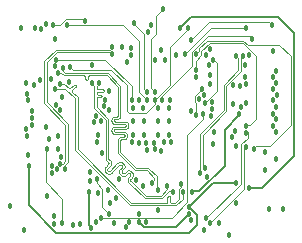
<source format=gbr>
G04 #@! TF.GenerationSoftware,KiCad,Pcbnew,5.0.2+dfsg1-1~bpo9+1*
G04 #@! TF.CreationDate,2019-10-29T18:28:34+01:00*
G04 #@! TF.ProjectId,zglue-jade-adapter,7a676c75-652d-46a6-9164-652d61646170,rev?*
G04 #@! TF.SameCoordinates,Original*
G04 #@! TF.FileFunction,Copper,L3,Inr*
G04 #@! TF.FilePolarity,Positive*
%FSLAX46Y46*%
G04 Gerber Fmt 4.6, Leading zero omitted, Abs format (unit mm)*
G04 Created by KiCad (PCBNEW 5.0.2+dfsg1-1~bpo9+1) date Tue 29 Oct 2019 06:28:34 PM CET*
%MOMM*%
%LPD*%
G01*
G04 APERTURE LIST*
G04 #@! TA.AperFunction,ViaPad*
%ADD10C,0.457000*%
G04 #@! TD*
G04 #@! TA.AperFunction,Conductor*
%ADD11C,0.110000*%
G04 #@! TD*
G04 #@! TA.AperFunction,Conductor*
%ADD12C,0.150000*%
G04 #@! TD*
G04 #@! TA.AperFunction,Conductor*
%ADD13C,0.200000*%
G04 #@! TD*
G04 #@! TA.AperFunction,Conductor*
%ADD14C,0.100000*%
G04 #@! TD*
G04 APERTURE END LIST*
D10*
G04 #@! TO.N,GND*
G04 #@! TO.C,U1*
X13095000Y-11155000D03*
X11895000Y-11155000D03*
X13095000Y-10005000D03*
X11895000Y-10005000D03*
X13095000Y-8855000D03*
X11845000Y-8855000D03*
X14045000Y-11155000D03*
X10945000Y-11155000D03*
X10945000Y-10005000D03*
X14045000Y-10005000D03*
X14045000Y-8855000D03*
X10945000Y-8855000D03*
G04 #@! TD*
G04 #@! TO.N,GND*
X9780755Y-14856245D03*
X22506000Y-17406000D03*
X23115000Y-10883000D03*
X23158000Y-7764000D03*
X19427000Y-8509000D03*
X17456963Y-5256963D03*
X1960000Y-10650000D03*
X2050000Y-8240000D03*
X8907225Y-15782715D03*
X4670000Y-12330000D03*
X4886500Y-12990000D03*
X4797104Y-9029614D03*
X3880000Y-11460000D03*
X7540000Y-5270000D03*
X5534679Y-6695321D03*
X4620000Y-11243500D03*
X13130000Y-17483500D03*
X11518001Y-17816500D03*
X10670000Y-18550000D03*
X7354722Y-14270000D03*
X7301618Y-15078505D03*
X3730000Y-16320000D03*
X17207360Y-14747360D03*
X20000000Y-7000000D03*
X19390245Y-11310245D03*
X19141499Y-19588501D03*
G04 #@! TO.N,/CSI_D2_IN_P*
X14400000Y-15995000D03*
X7496500Y-6787000D03*
G04 #@! TO.N,/CSI_D2_IN_N*
X13900573Y-15490783D03*
X8103500Y-6787000D03*
G04 #@! TO.N,/3V3_SYS*
X18270000Y-18650000D03*
X4380000Y-3040000D03*
X560000Y-17200000D03*
X12470000Y-1830000D03*
G04 #@! TO.N,/2V5*
X19960612Y-9356500D03*
X15962530Y-15957530D03*
G04 #@! TO.N,/1V8*
X11480000Y-18570000D03*
X15688058Y-17876196D03*
G04 #@! TO.N,/LED3_ISINK*
X13366026Y-12483965D03*
X2436000Y-10339000D03*
G04 #@! TO.N,/LED1_ISINK*
X12170000Y-12393000D03*
X2457000Y-9135000D03*
G04 #@! TO.N,/TMS*
X12761000Y-11860000D03*
X3099500Y-6470000D03*
G04 #@! TO.N,/VSENSE*
X12114000Y-11809000D03*
X15930000Y-18350000D03*
G04 #@! TO.N,/1V8_SYS*
X19670000Y-15250000D03*
X2157000Y-13757000D03*
X15732470Y-17262470D03*
X14956500Y-2120000D03*
X20810000Y-15690000D03*
G04 #@! TO.N,/LED2_ISINK*
X12822000Y-12389000D03*
X2443000Y-9766000D03*
G04 #@! TO.N,/EXTCLK_EN*
X10867000Y-11789000D03*
X6480000Y-18700000D03*
G04 #@! TO.N,/TDO*
X13603842Y-11725383D03*
X4026500Y-6450000D03*
G04 #@! TO.N,/3V3*
X19694963Y-16943500D03*
X7276762Y-15992510D03*
X7460000Y-18996490D03*
G04 #@! TO.N,/TDI*
X4394504Y-5357327D03*
X19712001Y-12112933D03*
G04 #@! TO.N,/PC_RDY*
X7896733Y-14906546D03*
X8990000Y-17816500D03*
X5879963Y-18769963D03*
G04 #@! TO.N,/TCK*
X14196000Y-11752000D03*
X1929500Y-6731000D03*
X4469470Y-8610470D03*
G04 #@! TO.N,/EXT_CLK*
X8336500Y-12665000D03*
X4260000Y-18010000D03*
G04 #@! TO.N,/I2C_0_SCL*
X19625000Y-10795000D03*
X1991000Y-11234000D03*
G04 #@! TO.N,/ZIP_EN_L*
X7945000Y-11743000D03*
X4092500Y-13780000D03*
G04 #@! TO.N,/PWR_BTN*
X8028000Y-11175500D03*
X3574500Y-10460000D03*
G04 #@! TO.N,/I2C_0_SDA*
X4990501Y-7976499D03*
X17583206Y-9549113D03*
G04 #@! TO.N,/CSI_D1_IN_N*
X4385393Y-7234607D03*
X15214500Y-16026314D03*
G04 #@! TO.N,/CSI_D1_IN_P*
X4814607Y-6805393D03*
X15015000Y-15320000D03*
G04 #@! TO.N,/CSI_CLK_IN_P*
X5059455Y-5500545D03*
X13075000Y-15820000D03*
G04 #@! TO.N,/CSI_CLK_IN_N*
X4670545Y-5889455D03*
X12575405Y-15229884D03*
G04 #@! TO.N,/CSI_CLK_OUT_N*
X17063822Y-13976178D03*
X20258878Y-4504548D03*
G04 #@! TO.N,/CTRL_SO*
X16300000Y-5630000D03*
X20550000Y-10440000D03*
G04 #@! TO.N,/CTRL_SI*
X17060000Y-8434000D03*
X17747250Y-4794291D03*
X22854758Y-4010000D03*
G04 #@! TO.N,/CTRL_SCK*
X17204917Y-18184167D03*
X12100000Y-18523510D03*
X20550000Y-11000000D03*
G04 #@! TO.N,/CSI_CLK_OUT_P*
X19701878Y-4504548D03*
X16669962Y-14370038D03*
G04 #@! TO.N,Net-(U1-PadD8)*
X14120000Y-8210000D03*
G04 #@! TO.N,/ULPM_WAKE*
X10870000Y-8225000D03*
X4472000Y-4831000D03*
G04 #@! TO.N,/2V5_SYS*
X17000000Y-19210000D03*
G04 #@! TO.N,/USB_D_N*
X16995480Y-7749122D03*
X5201441Y-14010583D03*
X9236847Y-4308213D03*
G04 #@! TO.N,/USB_D_P*
X4772227Y-13581369D03*
X16569544Y-8157342D03*
X9236847Y-3751213D03*
G04 #@! TO.N,/DBG_TX*
X13673500Y-4820000D03*
X2636510Y-6913000D03*
G04 #@! TO.N,/PROC_SCK*
X20470000Y-6220000D03*
X15911314Y-9141860D03*
G04 #@! TO.N,/PROC_SI*
X11232015Y-14996525D03*
X20774517Y-4373618D03*
G04 #@! TO.N,/PROC_OUT_0*
X10090499Y-3749500D03*
G04 #@! TO.N,/PROC_OUT_1*
X10495000Y-4985000D03*
G04 #@! TO.N,/PROC_OUT_2*
X10800000Y-3820000D03*
G04 #@! TO.N,/USB_DET*
X3739000Y-12390000D03*
X5000000Y-18633500D03*
X8240000Y-18200000D03*
X16876205Y-9423855D03*
G04 #@! TO.N,/CTRL_SS*
X20591000Y-12150000D03*
X17510000Y-18620000D03*
X10363468Y-18984814D03*
G04 #@! TO.N,/PIO1*
X6938000Y-1533500D03*
X4223000Y-1828000D03*
G04 #@! TO.N,/DONE*
X10800000Y-4420000D03*
X21195000Y-12316000D03*
X16351465Y-4308595D03*
G04 #@! TO.N,/DBG_RX*
X14600900Y-4420000D03*
X2008526Y-7681492D03*
G04 #@! TO.N,/PIO2*
X12170000Y-8215000D03*
X5384000Y-1887000D03*
G04 #@! TO.N,/PROC_SS*
X20530000Y-6880000D03*
X17663193Y-8982634D03*
G04 #@! TO.N,/PROC_SO*
X11803500Y-15452000D03*
X20450000Y-5260000D03*
G04 #@! TO.N,/VUSB*
X4561442Y-14069832D03*
X4092500Y-14420000D03*
G04 #@! TO.N,/1V2_SYS*
X2110000Y-12870000D03*
G04 #@! TO.N,/E_PROC_SI*
X23097225Y-5730865D03*
G04 #@! TO.N,/E_PROC_SO*
X22835000Y-6268000D03*
G04 #@! TO.N,/E_PROC_SCK*
X23121000Y-6779000D03*
G04 #@! TO.N,/E_PROC_SS*
X22811000Y-7247000D03*
G04 #@! TO.N,/CTRL_RST_FLASH_SOC_CS*
X8516570Y-8715630D03*
X22847000Y-8226000D03*
G04 #@! TO.N,/E_CTRL_SI*
X23115000Y-8779000D03*
G04 #@! TO.N,/E_CTRL_SO*
X22805000Y-9345000D03*
G04 #@! TO.N,/E_CTRL_SCK*
X23121000Y-9789000D03*
G04 #@! TO.N,/E_CTRL_SS*
X22847291Y-10423263D03*
G04 #@! TO.N,/PIO15*
X23060000Y-13180000D03*
X17653620Y-8340305D03*
G04 #@! TO.N,/PIO16*
X16810000Y-7230000D03*
X23710000Y-17450000D03*
X16329908Y-9470213D03*
G04 #@! TO.N,/PIO17*
X3230000Y-2190000D03*
X1510000Y-2090000D03*
G04 #@! TO.N,/PIO8*
X12820000Y-7530000D03*
X13490000Y-470000D03*
G04 #@! TO.N,/PIO7*
X13350000Y-3950000D03*
X12268233Y-2473560D03*
G04 #@! TO.N,/PIO6*
X12170000Y-7530000D03*
X11086000Y-1680000D03*
G04 #@! TO.N,/VX*
X9530000Y-16510000D03*
X9400030Y-18600030D03*
G04 #@! TO.N,/AMUX*
X4325318Y-18714682D03*
X8008629Y-16051111D03*
G04 #@! TO.N,/DMUX*
X11501000Y-11799000D03*
X7820000Y-18560000D03*
G04 #@! TO.N,/FLASH_CLK*
X8932000Y-7433500D03*
G04 #@! TO.N,/FLASH_CS*
X8953786Y-9069130D03*
X22158500Y-14160000D03*
X22193000Y-12625000D03*
G04 #@! TO.N,/FLASH_IO0*
X8571782Y-8186500D03*
G04 #@! TO.N,/FLASH_IO1*
X8237231Y-9950200D03*
G04 #@! TO.N,/FLASH_IO2*
X7693646Y-10053945D03*
G04 #@! TO.N,/FLASH_IO3*
X7880255Y-9555745D03*
G04 #@! TO.N,/RAVEN_VCC*
X12848500Y-4820000D03*
G04 #@! TO.N,Net-(U1-PadC3)*
X11470000Y-8220000D03*
G04 #@! TO.N,/BOOST_OUT*
X9040000Y-16960000D03*
X1740000Y-19240000D03*
G04 #@! TO.N,Net-(TP34-Pad1)*
X17480000Y-6060000D03*
X15900000Y-3130000D03*
X22750000Y-1820000D03*
X16356490Y-6243000D03*
G04 #@! TO.N,Net-(TP35-Pad1)*
X15353500Y-4300000D03*
X20525000Y-2095000D03*
G04 #@! TO.N,/C_CSI_D1_OUT_N*
X17750000Y-11953490D03*
X19470000Y-6950000D03*
X20507414Y-8428473D03*
G04 #@! TO.N,/C_CSI_D1_OUT_P*
X17859212Y-10878028D03*
X17520000Y-6880000D03*
X20113554Y-8822333D03*
G04 #@! TO.N,/LP_CSI_D1_OUT_P*
X17170037Y-4360037D03*
X3650000Y-1770000D03*
G04 #@! TO.N,/LP_CSI_D1_OUT_N*
X17500000Y-3850000D03*
X2670000Y-2100000D03*
G04 #@! TO.N,/CSI_INT*
X12845000Y-8230000D03*
X5647718Y-5368736D03*
X15663510Y-2146000D03*
G04 #@! TO.N,/PROC_INT*
X13470000Y-8205000D03*
X21079000Y-3028000D03*
G04 #@! TD*
D11*
G04 #@! TO.N,/CSI_D2_IN_P*
X10624762Y-15193255D02*
X11956506Y-16525000D01*
X9050271Y-14423541D02*
X9117755Y-14391043D01*
X10528896Y-14994187D02*
X10545563Y-15067210D01*
X10545563Y-14846262D02*
X10528896Y-14919285D01*
X10715934Y-14629048D02*
X10624762Y-14720217D01*
X10757491Y-14542753D02*
X10750266Y-14574408D01*
X10757490Y-14510283D02*
X10757491Y-14542753D01*
X9922535Y-13675327D02*
X9954190Y-13682552D01*
X10736178Y-14449374D02*
X10750266Y-14478628D01*
X10690548Y-14403744D02*
X10715933Y-14423988D01*
X8913063Y-13526294D02*
X8913063Y-13558764D01*
X10661294Y-14389656D02*
X10690548Y-14403744D01*
X10361143Y-14561861D02*
X10419704Y-14515160D01*
X10293659Y-14594358D02*
X10361143Y-14561861D01*
X10419704Y-14515160D02*
X10434209Y-14500655D01*
X10220636Y-14611026D02*
X10293659Y-14594358D01*
X10145734Y-14611026D02*
X10220636Y-14611026D01*
X8695000Y-13263494D02*
X8871506Y-13439999D01*
X9946666Y-14515159D02*
X10005227Y-14561861D01*
X9917658Y-14486151D02*
X9946666Y-14515159D01*
X10597169Y-14382431D02*
X10629639Y-14382431D01*
X9870957Y-14427590D02*
X9917658Y-14486151D01*
X7695000Y-6985500D02*
X7695000Y-8863494D01*
X9821792Y-14212181D02*
X9821792Y-14287083D01*
X10715933Y-14423988D02*
X10736178Y-14449374D01*
X8674269Y-13842295D02*
X8627568Y-13900856D01*
X10072711Y-14594359D02*
X10145734Y-14611026D01*
X9870957Y-14071674D02*
X9838459Y-14139158D01*
X10528896Y-14919285D02*
X10528896Y-14994187D01*
X10008830Y-13921944D02*
X9917658Y-14013113D01*
X10750266Y-14478628D02*
X10757490Y-14510283D01*
X8578403Y-14116265D02*
X8595070Y-14189288D01*
X8578403Y-14041363D02*
X8578403Y-14116265D01*
X8977248Y-14440209D02*
X9050271Y-14423541D01*
X10050387Y-13835649D02*
X10043162Y-13867304D01*
X8595070Y-14189288D02*
X8627568Y-14256772D01*
X8595070Y-13968340D02*
X8578403Y-14041363D01*
X7695000Y-8863494D02*
X8695000Y-9863494D01*
X8905838Y-13494639D02*
X8913063Y-13526294D01*
X8627568Y-14256772D02*
X8674269Y-14315333D01*
X8871506Y-13439999D02*
X8891750Y-13465385D01*
X9550329Y-13970329D02*
X9550327Y-13970327D01*
X10624762Y-14720217D02*
X10578061Y-14778778D01*
X9858410Y-13682552D02*
X9890065Y-13675327D01*
X10005227Y-14561861D02*
X10072711Y-14594359D01*
X9821792Y-14287083D02*
X9838459Y-14360106D01*
X7496500Y-6787000D02*
X7695000Y-6985500D01*
X8695000Y-9863494D02*
X8695000Y-13263494D01*
X9829156Y-13696640D02*
X9858410Y-13682552D01*
X9917658Y-14013113D02*
X9870957Y-14071674D01*
X8913063Y-13558764D02*
X8905838Y-13590419D01*
X8627568Y-13900856D02*
X8595070Y-13968340D01*
X8871506Y-13645059D02*
X8674269Y-13842295D01*
X8829323Y-14423541D02*
X8902346Y-14440209D01*
X9954190Y-13682552D02*
X9983444Y-13696640D01*
X10029074Y-13742270D02*
X10043162Y-13771524D01*
X13444063Y-16525000D02*
X14049066Y-15919997D01*
X8891750Y-13619673D02*
X8871506Y-13645059D01*
X10050386Y-13803179D02*
X10050387Y-13835649D01*
X10578061Y-14778778D02*
X10545563Y-14846262D01*
X8761839Y-14391043D02*
X8829323Y-14423541D01*
X8902346Y-14440209D02*
X8977248Y-14440209D01*
X11956506Y-16525000D02*
X13444063Y-16525000D01*
X10434209Y-14500655D02*
X10510873Y-14423988D01*
X9176316Y-14344342D02*
X9190821Y-14329838D01*
X10029074Y-13896558D02*
X10008830Y-13921944D01*
X8905838Y-13590419D02*
X8891750Y-13619673D01*
X9117755Y-14391043D02*
X9176316Y-14344342D01*
X10629639Y-14382431D02*
X10661294Y-14389656D01*
X9190821Y-14329838D02*
X9550329Y-13970329D01*
X9983444Y-13696640D02*
X10008829Y-13716884D01*
X10565514Y-14389656D02*
X10597169Y-14382431D01*
X9838459Y-14360106D02*
X9870957Y-14427590D01*
X14049066Y-15919997D02*
X14329787Y-15919997D01*
X9803769Y-13716884D02*
X9829156Y-13696640D01*
X10008829Y-13716884D02*
X10029074Y-13742270D01*
X8703278Y-14344342D02*
X8761839Y-14391043D01*
X10043162Y-13771524D02*
X10050386Y-13803179D01*
X10736178Y-14603662D02*
X10715934Y-14629048D01*
X10043162Y-13867304D02*
X10029074Y-13896558D01*
X10545563Y-15067210D02*
X10578061Y-15134694D01*
X10750266Y-14574408D02*
X10736178Y-14603662D01*
X10578061Y-15134694D02*
X10624762Y-15193255D01*
X9550327Y-13970327D02*
X9803769Y-13716884D01*
X8674269Y-14315333D02*
X8703278Y-14344342D01*
X9838459Y-14139158D02*
X9821792Y-14212181D01*
X10510873Y-14423988D02*
X10536260Y-14403744D01*
X10536260Y-14403744D02*
X10565514Y-14389656D01*
X9890065Y-13675327D02*
X9922535Y-13675327D01*
X8891750Y-13465385D02*
X8905838Y-13494639D01*
G04 #@! TO.N,/CSI_D2_IN_N*
X12043494Y-16315000D02*
X13357077Y-16315000D01*
X10787762Y-15059268D02*
X12043494Y-16315000D01*
X10767516Y-15033881D02*
X10787762Y-15059268D01*
X10753428Y-14908847D02*
X10746203Y-14940502D01*
X10925633Y-14704477D02*
X10878932Y-14763038D01*
X10974798Y-14489067D02*
X10974798Y-14563969D01*
X10958131Y-14416045D02*
X10974798Y-14489067D01*
X10925633Y-14348561D02*
X10958131Y-14416045D01*
X10878932Y-14290000D02*
X10925633Y-14348561D01*
X10791362Y-14214290D02*
X10849923Y-14260991D01*
X10723878Y-14181792D02*
X10791362Y-14214290D01*
X10650855Y-14165125D02*
X10723878Y-14181792D01*
X10575953Y-14165125D02*
X10650855Y-14165125D01*
X10502930Y-14181792D02*
X10575953Y-14165125D01*
X10435446Y-14214290D02*
X10502930Y-14181792D01*
X10199419Y-14393718D02*
X10231074Y-14386493D01*
X10746203Y-14972972D02*
X10753428Y-15004627D01*
X10080656Y-14352163D02*
X10106040Y-14372405D01*
X10039098Y-14265867D02*
X10046323Y-14297522D01*
X10039098Y-14233397D02*
X10039098Y-14265867D01*
X8103500Y-6787000D02*
X7905000Y-6985500D01*
X10746203Y-14940502D02*
X10746203Y-14972972D01*
X9042326Y-14181344D02*
X9669782Y-13553887D01*
X8214568Y-7740000D02*
X8239046Y-7742757D01*
X7990523Y-7297242D02*
X8015000Y-7300000D01*
X10260328Y-14372405D02*
X10285714Y-14352161D01*
X10231074Y-14386493D02*
X10260328Y-14372405D01*
X10166949Y-14393718D02*
X10199419Y-14393718D01*
X7946417Y-7276001D02*
X7967273Y-7289106D01*
X13900573Y-15771504D02*
X13900573Y-15490783D01*
X9113703Y-13653004D02*
X9081205Y-13720487D01*
X9130370Y-13579980D02*
X9113703Y-13653004D01*
X9081205Y-13720487D02*
X9034504Y-13779048D01*
X9113703Y-13432055D02*
X9130370Y-13505078D01*
X8414568Y-7300000D02*
X8439046Y-7302757D01*
X10135294Y-14386493D02*
X10166949Y-14393718D01*
X7990523Y-7522757D02*
X7967273Y-7530893D01*
X9081205Y-13364571D02*
X9113703Y-13432055D01*
X10218528Y-13641456D02*
X10251026Y-13708940D01*
X8439046Y-7302757D02*
X8462296Y-7310893D01*
X9016940Y-14201588D02*
X9042326Y-14181344D01*
X10864427Y-14777542D02*
X10787762Y-14854208D01*
X8923562Y-14222901D02*
X8956031Y-14222901D01*
X7928999Y-7698583D02*
X7946417Y-7716001D01*
X8439046Y-7517242D02*
X8414568Y-7520000D01*
X8214568Y-7960000D02*
X8015000Y-7960000D01*
X9130370Y-13505078D02*
X9130370Y-13579980D01*
X8015000Y-7740000D02*
X8214568Y-7740000D01*
X7946417Y-7543998D02*
X7928999Y-7561416D01*
X7907758Y-7214477D02*
X7915894Y-7237727D01*
X8462296Y-7509106D02*
X8439046Y-7517242D01*
X8239046Y-7957242D02*
X8214568Y-7960000D01*
X7905000Y-6985500D02*
X7905000Y-7190000D01*
X10767516Y-14879593D02*
X10753428Y-14908847D01*
X7967273Y-7729106D02*
X7990523Y-7737242D01*
X8500570Y-7478583D02*
X8483152Y-7496001D01*
X8283152Y-7936001D02*
X8262296Y-7949106D01*
X8300570Y-7918583D02*
X8283152Y-7936001D01*
X7946417Y-7983998D02*
X7928999Y-8001416D01*
X8521811Y-7434477D02*
X8513675Y-7457727D01*
X7928999Y-7561416D02*
X7915894Y-7582272D01*
X9034504Y-13779048D02*
X8837267Y-13976284D01*
X7915894Y-7237727D02*
X7928999Y-7258583D01*
X8521811Y-7385522D02*
X8524568Y-7410000D01*
X10060411Y-14326776D02*
X10080656Y-14352163D01*
X10046323Y-14201742D02*
X10039098Y-14233397D01*
X8905000Y-9776506D02*
X8905000Y-13176506D01*
X9669782Y-13553887D02*
X9728342Y-13507186D01*
X8513675Y-7457727D02*
X8500570Y-7478583D01*
X9728342Y-13507186D02*
X9795825Y-13474687D01*
X7905000Y-7190000D02*
X7907758Y-7214477D01*
X13357077Y-16315000D02*
X13900573Y-15771504D01*
X10060411Y-14172488D02*
X10046323Y-14201742D01*
X10376885Y-14260991D02*
X10435446Y-14214290D01*
X7928999Y-7258583D02*
X7946417Y-7276001D01*
X8500570Y-7341416D02*
X8513675Y-7362272D01*
X7967273Y-7289106D02*
X7990523Y-7297242D01*
X8015000Y-7300000D02*
X8414568Y-7300000D01*
X10849923Y-14260991D02*
X10878932Y-14290000D01*
X7946417Y-7716001D02*
X7967273Y-7729106D01*
X8462296Y-7310893D02*
X8483152Y-7323998D01*
X8483152Y-7323998D02*
X8500570Y-7341416D01*
X10753428Y-15004627D02*
X10767516Y-15033881D01*
X8513675Y-7362272D02*
X8521811Y-7385522D01*
X8524568Y-7410000D02*
X8521811Y-7434477D01*
X8483152Y-7496001D02*
X8462296Y-7509106D01*
X8262296Y-7949106D02*
X8239046Y-7957242D01*
X10285714Y-14352161D02*
X10376885Y-14260991D01*
X8414568Y-7520000D02*
X8015000Y-7520000D01*
X8015000Y-7960000D02*
X7990523Y-7962757D01*
X8862652Y-14201588D02*
X8891906Y-14215676D01*
X7967273Y-7530893D02*
X7946417Y-7543998D01*
X10046323Y-14297522D02*
X10060411Y-14326776D01*
X7915894Y-7582272D02*
X7907758Y-7605522D01*
X7907758Y-7605522D02*
X7905000Y-7630000D01*
X7905000Y-8070000D02*
X7905000Y-8776506D01*
X7905000Y-7630000D02*
X7907758Y-7654477D01*
X7905000Y-8776506D02*
X8905000Y-9776506D01*
X9034504Y-13306011D02*
X9081205Y-13364571D01*
X10171827Y-14055933D02*
X10157322Y-14070437D01*
X7915894Y-7677727D02*
X7928999Y-7698583D01*
X7907758Y-7654477D02*
X7915894Y-7677727D01*
X7990523Y-7737242D02*
X8015000Y-7740000D01*
X8239046Y-7742757D02*
X8262296Y-7750893D01*
X10157322Y-14070437D02*
X10080657Y-14147103D01*
X8262296Y-7750893D02*
X8283152Y-7763998D01*
X8283152Y-7763998D02*
X8300570Y-7781416D01*
X8300570Y-7781416D02*
X8313675Y-7802272D01*
X8313675Y-7802272D02*
X8321811Y-7825522D01*
X10142818Y-13553886D02*
X10171827Y-13582895D01*
X10974798Y-14563969D02*
X10958131Y-14636993D01*
X8817022Y-14155958D02*
X8837267Y-14181344D01*
X8321811Y-7825522D02*
X8324568Y-7850000D01*
X10787762Y-14854208D02*
X10767516Y-14879593D01*
X8956031Y-14222901D02*
X8987686Y-14215676D01*
X8324568Y-7850000D02*
X8321811Y-7874477D01*
X8321811Y-7874477D02*
X8313675Y-7897727D01*
X8313675Y-7897727D02*
X8300570Y-7918583D01*
X10106040Y-14372405D02*
X10135294Y-14386493D01*
X7990523Y-7962757D02*
X7967273Y-7970893D01*
X8817022Y-14001670D02*
X8802934Y-14030924D01*
X7967273Y-7970893D02*
X7946417Y-7983998D01*
X7928999Y-8001416D02*
X7915894Y-8022272D01*
X10267693Y-13856864D02*
X10251026Y-13929888D01*
X7915894Y-8022272D02*
X7907758Y-8045522D01*
X7907758Y-8045522D02*
X7905000Y-8070000D01*
X9868850Y-13458021D02*
X9943750Y-13458019D01*
X8905000Y-13176506D02*
X9034504Y-13306011D01*
X8837267Y-13976284D02*
X8817022Y-14001670D01*
X8802934Y-14030924D02*
X8795709Y-14062579D01*
X8795709Y-14062579D02*
X8795709Y-14095049D01*
X8795709Y-14095049D02*
X8802934Y-14126704D01*
X8802934Y-14126704D02*
X8817022Y-14155958D01*
X10958131Y-14636993D02*
X10925633Y-14704477D01*
X8837267Y-14181344D02*
X8862652Y-14201588D01*
X10878932Y-14763038D02*
X10864427Y-14777542D01*
X8891906Y-14215676D02*
X8923562Y-14222901D01*
X8987686Y-14215676D02*
X9016940Y-14201588D01*
X9795825Y-13474687D02*
X9868850Y-13458021D01*
X9943750Y-13458019D02*
X10016773Y-13474686D01*
X10084258Y-13507186D02*
X10142818Y-13553886D01*
X8015000Y-7520000D02*
X7990523Y-7522757D01*
X10171827Y-13582895D02*
X10218528Y-13641456D01*
X10251026Y-13708940D02*
X10267693Y-13781962D01*
X10267693Y-13781962D02*
X10267693Y-13856864D01*
X10251026Y-13929888D02*
X10218528Y-13997372D01*
X10218528Y-13997372D02*
X10171827Y-14055933D01*
X10016773Y-13474686D02*
X10084258Y-13507186D01*
X10080657Y-14147103D02*
X10060411Y-14172488D01*
D12*
G04 #@! TO.N,/2V5*
X19960612Y-9479388D02*
X19960612Y-9356500D01*
X16570000Y-15920000D02*
X18740000Y-13750000D01*
X18740000Y-10700000D02*
X19960612Y-9479388D01*
X16000000Y-15920000D02*
X16570000Y-15920000D01*
X18740000Y-13750000D02*
X18740000Y-10700000D01*
G04 #@! TO.N,/1V8*
X11480000Y-18570000D02*
X11880000Y-18970000D01*
X11880000Y-18970000D02*
X14600000Y-18970000D01*
X15688058Y-17881942D02*
X15688058Y-17876196D01*
X14600000Y-18970000D02*
X15688058Y-17881942D01*
D13*
G04 #@! TO.N,/1V8_SYS*
X17744940Y-15250000D02*
X15960969Y-17033971D01*
X4460000Y-19420000D02*
X15740000Y-19420000D01*
X2157000Y-13757000D02*
X2157000Y-17117000D01*
X2157000Y-17117000D02*
X4460000Y-19420000D01*
X16370000Y-17900000D02*
X15960969Y-17490969D01*
X15740000Y-19420000D02*
X16370000Y-18790000D01*
X15960969Y-17490969D02*
X15732470Y-17262470D01*
X19670000Y-15250000D02*
X17744940Y-15250000D01*
X15960969Y-17033971D02*
X15732470Y-17262470D01*
X16370000Y-18790000D02*
X16370000Y-17900000D01*
D12*
X14956500Y-2120000D02*
X15926500Y-1150000D01*
X19520000Y-1150000D02*
X23220000Y-1150000D01*
X15926500Y-1150000D02*
X19520000Y-1150000D01*
X19520000Y-1150000D02*
X19730000Y-1150000D01*
X23220000Y-1150000D02*
X24630000Y-2560000D01*
X24630000Y-12940000D02*
X21880000Y-15690000D01*
X24630000Y-2560000D02*
X24630000Y-12940000D01*
X21880000Y-15690000D02*
X20810000Y-15690000D01*
G04 #@! TO.N,/3V3*
X7276762Y-15992510D02*
X7276762Y-18813252D01*
X7276762Y-18813252D02*
X7460000Y-18996490D01*
D14*
G04 #@! TO.N,/PC_RDY*
X8362130Y-15695090D02*
X8362130Y-16387870D01*
X7896733Y-15229693D02*
X8362130Y-15695090D01*
X7896733Y-14906546D02*
X7896733Y-15229693D01*
X8362130Y-16387870D02*
X8362130Y-17252130D01*
X8926500Y-17816500D02*
X8990000Y-17816500D01*
X8362130Y-17252130D02*
X8926500Y-17816500D01*
D11*
G04 #@! TO.N,/CSI_D1_IN_N*
X6095000Y-12463494D02*
X10756506Y-17125000D01*
X4385393Y-7234607D02*
X5266113Y-7234607D01*
X10756506Y-17125000D02*
X14643494Y-17125000D01*
X6095000Y-8063494D02*
X6095000Y-12463494D01*
X5266113Y-7234607D02*
X6095000Y-8063494D01*
X14643494Y-17125000D02*
X15217490Y-16551004D01*
D14*
X15217490Y-16029304D02*
X15214500Y-16026314D01*
X15217490Y-16551004D02*
X15217490Y-16029304D01*
D11*
G04 #@! TO.N,/CSI_D1_IN_P*
X14230000Y-16915000D02*
X14525000Y-16915000D01*
X14205522Y-16912242D02*
X14230000Y-16915000D01*
X14161416Y-16891001D02*
X14182272Y-16904106D01*
X14117242Y-16400522D02*
X14120000Y-16425000D01*
X14122757Y-16829477D02*
X14130893Y-16852727D01*
X14078583Y-16338998D02*
X14096001Y-16356416D01*
X14120000Y-16805000D02*
X14122757Y-16829477D01*
X14057727Y-16325893D02*
X14078583Y-16338998D01*
X14182272Y-16904106D02*
X14205522Y-16912242D01*
X14120000Y-16425000D02*
X14120000Y-16805000D01*
X14034477Y-16317757D02*
X14057727Y-16325893D01*
X14010000Y-16315000D02*
X14034477Y-16317757D01*
X13941416Y-16338998D02*
X13962272Y-16325893D01*
X13923998Y-16356416D02*
X13941416Y-16338998D01*
X13910893Y-16377272D02*
X13923998Y-16356416D01*
X6081123Y-6907748D02*
X6100381Y-6923106D01*
X6058929Y-6897059D02*
X6081123Y-6907748D01*
X6034914Y-6891578D02*
X6058929Y-6897059D01*
X6115738Y-7059411D02*
X6100380Y-7078668D01*
X6010282Y-6891578D02*
X6034914Y-6891578D01*
X5677923Y-7189999D02*
X5944817Y-6923106D01*
X5137754Y-6805393D02*
X5522361Y-7190000D01*
X5522361Y-7190000D02*
X5541618Y-7205356D01*
X4814607Y-6805393D02*
X5137754Y-6805393D01*
X5964075Y-6907747D02*
X5986267Y-6897059D01*
X14143998Y-16873583D02*
X14161416Y-16891001D01*
X13985522Y-16317757D02*
X14010000Y-16315000D01*
X5658666Y-7205357D02*
X5677923Y-7189999D01*
X5541618Y-7205356D02*
X5563812Y-7216045D01*
X14109106Y-16377272D02*
X14117242Y-16400522D01*
X5563812Y-7216045D02*
X5587825Y-7221525D01*
X6126425Y-7037217D02*
X6115738Y-7059411D01*
X6100381Y-6923106D02*
X6115737Y-6942363D01*
X5986267Y-6897059D02*
X6010282Y-6891578D01*
X5612457Y-7221525D02*
X5636472Y-7216044D01*
X6305000Y-7972639D02*
X6305000Y-12376506D01*
X13790000Y-16915000D02*
X13814477Y-16912242D01*
X13897242Y-16829477D02*
X13900000Y-16805000D01*
X5833487Y-7345562D02*
X5818128Y-7364820D01*
X13900000Y-16425000D02*
X13902757Y-16400522D01*
X14130893Y-16852727D02*
X14143998Y-16873583D01*
X14096001Y-16356416D02*
X14109106Y-16377272D01*
X13962272Y-16325893D02*
X13985522Y-16317757D01*
X5807440Y-7387012D02*
X5801959Y-7411027D01*
X6305000Y-12376506D02*
X10843494Y-16915000D01*
X5636472Y-7216044D02*
X5658666Y-7205357D01*
X13876001Y-16873583D02*
X13889106Y-16852727D01*
X5944817Y-6923106D02*
X5964075Y-6907747D01*
X5801959Y-7411027D02*
X5801959Y-7435659D01*
X6115737Y-6942363D02*
X6126426Y-6964557D01*
X5801959Y-7435659D02*
X5807440Y-7459674D01*
X6126426Y-6964557D02*
X6131906Y-6988570D01*
X5807440Y-7459674D02*
X5818129Y-7481868D01*
X6131906Y-6988570D02*
X6131906Y-7013202D01*
X5818129Y-7481868D02*
X5833487Y-7501126D01*
X13889106Y-16852727D02*
X13897242Y-16829477D01*
X10843494Y-16915000D02*
X13790000Y-16915000D01*
X6131906Y-7013202D02*
X6126425Y-7037217D01*
X6100380Y-7078668D02*
X5833487Y-7345562D01*
X5833487Y-7501126D02*
X6305000Y-7972639D01*
X13900000Y-16805000D02*
X13900000Y-16425000D01*
X13814477Y-16912242D02*
X13837727Y-16904106D01*
X14525000Y-16915000D02*
X14858980Y-16581020D01*
X5587825Y-7221525D02*
X5612457Y-7221525D01*
X13837727Y-16904106D02*
X13858583Y-16891001D01*
X5818128Y-7364820D02*
X5807440Y-7387012D01*
X13858583Y-16891001D02*
X13876001Y-16873583D01*
X13902757Y-16400522D02*
X13910893Y-16377272D01*
D14*
X14858980Y-16581020D02*
X14858980Y-15736020D01*
X15015000Y-15580000D02*
X15015000Y-15320000D01*
X14858980Y-15736020D02*
X15015000Y-15580000D01*
D11*
G04 #@! TO.N,/CSI_CLK_IN_P*
X9454992Y-9812757D02*
X9431742Y-9820893D01*
X9946417Y-11553998D02*
X9928999Y-11571416D01*
X10319841Y-10919858D02*
X10377009Y-10955779D01*
X10289021Y-10670000D02*
X9479470Y-10670000D01*
X9905000Y-12576506D02*
X11243494Y-13915000D01*
X10377009Y-10955779D02*
X10424751Y-11003521D01*
X9372227Y-9944477D02*
X9380363Y-9967727D01*
X9380363Y-10827727D02*
X9393468Y-10848583D01*
X9967273Y-11540893D02*
X9946417Y-11553998D01*
X10256113Y-11522440D02*
X10189021Y-11530000D01*
X10524751Y-10556478D02*
X10477009Y-10604220D01*
X10319841Y-11500141D02*
X10256113Y-11522440D01*
X10377009Y-11464220D02*
X10319841Y-11500141D01*
X9479470Y-10030000D02*
X10289021Y-10030000D01*
X10490530Y-11228490D02*
X10482971Y-11295582D01*
X10419841Y-10640141D02*
X10356113Y-10662440D01*
X10424751Y-11003521D02*
X10460672Y-11060689D01*
X9928999Y-11571416D02*
X9915894Y-11592272D01*
X10189021Y-10890000D02*
X10256113Y-10897559D01*
X9393468Y-9851416D02*
X9380363Y-9872272D01*
X9431742Y-10879106D02*
X9454992Y-10887242D01*
X10560672Y-10200689D02*
X10582971Y-10264417D01*
X10460672Y-11359310D02*
X10424751Y-11416478D01*
X9372227Y-10804477D02*
X9380363Y-10827727D01*
X9410886Y-10693998D02*
X9393468Y-10711416D01*
X10015000Y-11530000D02*
X9990523Y-11532757D01*
X9431742Y-10680893D02*
X9410886Y-10693998D01*
X9369470Y-9920000D02*
X9372227Y-9944477D01*
X10424751Y-11416478D02*
X10377009Y-11464220D01*
X11243494Y-13915000D02*
X12243494Y-13915000D01*
X10590530Y-10368490D02*
X10582971Y-10435582D01*
X9915894Y-11592272D02*
X9907758Y-11615522D01*
X9410886Y-9833998D02*
X9393468Y-9851416D01*
X9670582Y-9802440D02*
X9603490Y-9810000D01*
X10419841Y-10059858D02*
X10477009Y-10095779D01*
X10582971Y-10264417D02*
X10590530Y-10331509D01*
X9380363Y-9872272D02*
X9372227Y-9895522D01*
X9905000Y-6976506D02*
X9905000Y-9508490D01*
X9454992Y-10027242D02*
X9479470Y-10030000D01*
X9905000Y-9508490D02*
X9897440Y-9575582D01*
X5233493Y-5915000D02*
X8843494Y-5915000D01*
X5059455Y-5500545D02*
X5059455Y-5740962D01*
X9990523Y-11532757D02*
X9967273Y-11540893D01*
X9897440Y-9575582D02*
X9875141Y-9639310D01*
X10482971Y-11124417D02*
X10490530Y-11191509D01*
X9372227Y-9895522D02*
X9369470Y-9920000D01*
X9431742Y-9820893D02*
X9410886Y-9833998D01*
X9393468Y-9988583D02*
X9410886Y-10006001D01*
X9454992Y-10887242D02*
X9479470Y-10890000D01*
X5059455Y-5740962D02*
X5233493Y-5915000D01*
X9393468Y-10848583D02*
X9410886Y-10866001D01*
X9734310Y-9780141D02*
X9670582Y-9802440D01*
X10189021Y-11530000D02*
X10015000Y-11530000D01*
X9839220Y-9696478D02*
X9791478Y-9744220D01*
X9603490Y-9810000D02*
X9479470Y-9810000D01*
X13004619Y-14676125D02*
X13004619Y-15659098D01*
X9380363Y-9967727D02*
X9393468Y-9988583D01*
X9410886Y-10006001D02*
X9431742Y-10019106D01*
X9479470Y-9810000D02*
X9454992Y-9812757D01*
X10460672Y-11060689D02*
X10482971Y-11124417D01*
X9372227Y-10755522D02*
X9369470Y-10780000D01*
X8843494Y-5915000D02*
X9905000Y-6976506D01*
X10477009Y-10604220D02*
X10419841Y-10640141D01*
X9431742Y-10019106D02*
X9454992Y-10027242D01*
X10289021Y-10030000D02*
X10356113Y-10037559D01*
X9380363Y-10732272D02*
X9372227Y-10755522D01*
X10356113Y-10037559D02*
X10419841Y-10059858D01*
X10477009Y-10095779D02*
X10524751Y-10143521D01*
X9791478Y-9744220D02*
X9734310Y-9780141D01*
X10524751Y-10143521D02*
X10560672Y-10200689D01*
X10490530Y-11191509D02*
X10490530Y-11228490D01*
X10356113Y-10662440D02*
X10289021Y-10670000D01*
X9479470Y-10890000D02*
X10189021Y-10890000D01*
X9875141Y-9639310D02*
X9839220Y-9696478D01*
X10582971Y-10435582D02*
X10560672Y-10499310D01*
X9393468Y-10711416D02*
X9380363Y-10732272D01*
X9479470Y-10670000D02*
X9454992Y-10672757D01*
X9907758Y-11615522D02*
X9905000Y-11640000D01*
X9454992Y-10672757D02*
X9431742Y-10680893D01*
X12243494Y-13915000D02*
X13004619Y-14676125D01*
X10482971Y-11295582D02*
X10460672Y-11359310D01*
X9369470Y-10780000D02*
X9372227Y-10804477D01*
X10560672Y-10499310D02*
X10524751Y-10556478D01*
X9410886Y-10866001D02*
X9431742Y-10879106D01*
X10256113Y-10897559D02*
X10319841Y-10919858D01*
X9905000Y-11640000D02*
X9905000Y-12576506D01*
X10590530Y-10331509D02*
X10590530Y-10368490D01*
G04 #@! TO.N,/CSI_CLK_IN_N*
X12794619Y-15010670D02*
X12575405Y-15229884D01*
X12794619Y-14763113D02*
X12794619Y-15010670D01*
X12156506Y-14125000D02*
X12794619Y-14763113D01*
X9695000Y-12663494D02*
X11156506Y-14125000D01*
X9724859Y-11490689D02*
X9702560Y-11554417D01*
X10170530Y-11320000D02*
X9996510Y-11320000D01*
X4670545Y-5889455D02*
X4910962Y-5889455D01*
X5146507Y-6125000D02*
X6840000Y-6125000D01*
X4910962Y-5889455D02*
X5146507Y-6125000D01*
X7107727Y-6477884D02*
X7128583Y-6464779D01*
X7193998Y-6166417D02*
X7211416Y-6148999D01*
X10377773Y-10374477D02*
X10369637Y-10397727D01*
X6864477Y-6127758D02*
X6887727Y-6135894D01*
X9167029Y-10694417D02*
X9159470Y-10761509D01*
X6840000Y-6125000D02*
X6864477Y-6127758D01*
X9159470Y-9938490D02*
X9167029Y-10005582D01*
X9330159Y-10489858D02*
X9272991Y-10525779D01*
X9760780Y-11433521D02*
X9724859Y-11490689D01*
X9167029Y-10005582D02*
X9189328Y-10069310D01*
X9996510Y-11320000D02*
X9929418Y-11327559D01*
X9159470Y-10761509D02*
X9159470Y-10798490D01*
X9460979Y-10460000D02*
X9393887Y-10467559D01*
X6887727Y-6135894D02*
X6908583Y-6148999D01*
X11156506Y-14125000D02*
X12156506Y-14125000D01*
X10339114Y-10436001D02*
X10318258Y-10449106D01*
X9225249Y-10986478D02*
X9272991Y-11034220D01*
X9684106Y-9537727D02*
X9671001Y-9558583D01*
X10218258Y-11309106D02*
X10195008Y-11317242D01*
X7232272Y-6135894D02*
X7255522Y-6127758D01*
X6950000Y-6235000D02*
X6950000Y-6378777D01*
X6908583Y-6148999D02*
X6926001Y-6166417D01*
X9272991Y-10174220D02*
X9330159Y-10210141D01*
X10369637Y-10302272D02*
X10377773Y-10325522D01*
X6926001Y-6166417D02*
X6939106Y-6187273D01*
X9702560Y-11554417D02*
X9695000Y-11621509D01*
X9167029Y-10865582D02*
X9189328Y-10929310D01*
X9695000Y-9490000D02*
X9692242Y-9514477D01*
X6947242Y-6210523D02*
X6950000Y-6235000D01*
X6950000Y-6378777D02*
X6952757Y-6403255D01*
X6960893Y-6426505D02*
X6973998Y-6447361D01*
X9225249Y-10573521D02*
X9189328Y-10630689D01*
X6973998Y-6447361D02*
X6991416Y-6464779D01*
X9671001Y-9558583D02*
X9653583Y-9576001D01*
X9272991Y-11034220D02*
X9330159Y-11070141D01*
X7012272Y-6477884D02*
X7035522Y-6486020D01*
X7170000Y-6235000D02*
X7172757Y-6210523D01*
X7060000Y-6488777D02*
X7084477Y-6486020D01*
X9929418Y-11327559D02*
X9865690Y-11349858D01*
X10270530Y-10460000D02*
X9460979Y-10460000D01*
X7084477Y-6486020D02*
X7107727Y-6477884D01*
X10270530Y-10240000D02*
X10295008Y-10242757D01*
X7128583Y-6464779D02*
X7146001Y-6447361D01*
X7146001Y-6447361D02*
X7159106Y-6426505D01*
X10377773Y-10325522D02*
X10380530Y-10350000D01*
X7159106Y-6426505D02*
X7167242Y-6403255D01*
X7167242Y-6403255D02*
X7170000Y-6378777D01*
X9159470Y-10798490D02*
X9167029Y-10865582D01*
X7170000Y-6378777D02*
X7170000Y-6235000D01*
X7172757Y-6210523D02*
X7180893Y-6187273D01*
X7180893Y-6187273D02*
X7193998Y-6166417D01*
X7211416Y-6148999D02*
X7232272Y-6135894D01*
X7255522Y-6127758D02*
X7280000Y-6125000D01*
X7280000Y-6125000D02*
X8756506Y-6125000D01*
X8756506Y-6125000D02*
X9695000Y-7063494D01*
X9695000Y-7063494D02*
X9695000Y-9490000D01*
X9330159Y-11070141D02*
X9393887Y-11092440D01*
X9653583Y-9576001D02*
X9632727Y-9589106D01*
X10280530Y-11210000D02*
X10277773Y-11234477D01*
X9167029Y-9834417D02*
X9159470Y-9901509D01*
X9189328Y-10069310D02*
X9225249Y-10126478D01*
X10269637Y-11257727D02*
X10256532Y-11278583D01*
X9225249Y-10126478D02*
X9272991Y-10174220D01*
X6991416Y-6464779D02*
X7012272Y-6477884D01*
X9330159Y-10210141D02*
X9393887Y-10232440D01*
X9393887Y-10232440D02*
X9460979Y-10240000D01*
X9460979Y-10240000D02*
X10270530Y-10240000D01*
X10295008Y-10242757D02*
X10318258Y-10250893D01*
X7035522Y-6486020D02*
X7060000Y-6488777D01*
X10318258Y-10250893D02*
X10339114Y-10263998D01*
X10339114Y-10263998D02*
X10356532Y-10281416D01*
X10356532Y-10281416D02*
X10369637Y-10302272D01*
X10380530Y-10350000D02*
X10377773Y-10374477D01*
X10369637Y-10397727D02*
X10356532Y-10418583D01*
X10356532Y-10418583D02*
X10339114Y-10436001D01*
X10318258Y-10449106D02*
X10295008Y-10457242D01*
X10295008Y-10457242D02*
X10270530Y-10460000D01*
X9393887Y-10467559D02*
X9330159Y-10489858D01*
X9272991Y-10525779D02*
X9225249Y-10573521D01*
X9189328Y-10630689D02*
X9167029Y-10694417D01*
X9695000Y-11621509D02*
X9695000Y-12663494D01*
X9692242Y-9514477D02*
X9684106Y-9537727D01*
X9189328Y-10929310D02*
X9225249Y-10986478D01*
X9632727Y-9589106D02*
X9609477Y-9597242D01*
X9393887Y-11092440D02*
X9460979Y-11100000D01*
X9609477Y-9597242D02*
X9585000Y-9600000D01*
X9460979Y-11100000D02*
X10170530Y-11100000D01*
X9585000Y-9600000D02*
X9460979Y-9600000D01*
X10170530Y-11100000D02*
X10195008Y-11102757D01*
X9460979Y-9600000D02*
X9393887Y-9607559D01*
X10195008Y-11102757D02*
X10218258Y-11110893D01*
X9393887Y-9607559D02*
X9330159Y-9629858D01*
X10218258Y-11110893D02*
X10239114Y-11123998D01*
X9330159Y-9629858D02*
X9272991Y-9665779D01*
X10239114Y-11123998D02*
X10256532Y-11141416D01*
X9272991Y-9665779D02*
X9225249Y-9713521D01*
X10256532Y-11141416D02*
X10269637Y-11162272D01*
X9225249Y-9713521D02*
X9189328Y-9770689D01*
X10269637Y-11162272D02*
X10277773Y-11185522D01*
X10195008Y-11317242D02*
X10170530Y-11320000D01*
X6952757Y-6403255D02*
X6960893Y-6426505D01*
X9189328Y-9770689D02*
X9167029Y-9834417D01*
X10277773Y-11185522D02*
X10280530Y-11210000D01*
X6939106Y-6187273D02*
X6947242Y-6210523D01*
X9159470Y-9901509D02*
X9159470Y-9938490D01*
X10277773Y-11234477D02*
X10269637Y-11257727D01*
X10256532Y-11278583D02*
X10239114Y-11296001D01*
X10239114Y-11296001D02*
X10218258Y-11309106D01*
X9865690Y-11349858D02*
X9808522Y-11385779D01*
X9808522Y-11385779D02*
X9760780Y-11433521D01*
G04 #@! TO.N,/CSI_CLK_OUT_N*
X20085378Y-5753116D02*
X20085378Y-4678048D01*
X16879962Y-11128532D02*
X18855000Y-9153494D01*
X18855000Y-6983494D02*
X20085378Y-5753116D01*
X17063822Y-13976178D02*
X16879962Y-13792318D01*
X18855000Y-9153494D02*
X18855000Y-6983494D01*
X16879962Y-13792318D02*
X16879962Y-11128532D01*
X20085378Y-4678048D02*
X20258878Y-4504548D01*
D14*
G04 #@! TO.N,/CTRL_SO*
X20911147Y-10291000D02*
X21377000Y-9825147D01*
X20588000Y-10291000D02*
X20911147Y-10291000D01*
X21377000Y-9825147D02*
X21377000Y-4470000D01*
X21377000Y-4470000D02*
X21127000Y-4220000D01*
X21127000Y-4220000D02*
X21085000Y-4178000D01*
X21127000Y-4220000D02*
X20257000Y-3350000D01*
X17476818Y-3350000D02*
X17990000Y-3350000D01*
X16754974Y-4405026D02*
X16754974Y-4071844D01*
X16300000Y-4860000D02*
X16754974Y-4405026D01*
X16300000Y-5630000D02*
X16300000Y-4860000D01*
X16754974Y-4071844D02*
X17476818Y-3350000D01*
X20257000Y-3350000D02*
X17990000Y-3350000D01*
X17990000Y-3350000D02*
X17810000Y-3350000D01*
G04 #@! TO.N,/CTRL_SI*
X17060000Y-8434000D02*
X18090000Y-7404000D01*
X18090000Y-7404000D02*
X18090000Y-5060000D01*
X17824291Y-4794291D02*
X17747250Y-4794291D01*
X18090000Y-5060000D02*
X17824291Y-4794291D01*
G04 #@! TO.N,/CTRL_SCK*
X17230000Y-18220000D02*
X17204917Y-18194917D01*
X17204917Y-18194917D02*
X17204917Y-18184167D01*
X20145501Y-15304499D02*
X17204917Y-18184167D01*
X20145501Y-12150000D02*
X20145501Y-11934499D01*
X20145501Y-12150000D02*
X20145501Y-15304499D01*
X20145501Y-11934499D02*
X20690000Y-11390000D01*
X20690000Y-11390000D02*
X20690000Y-10895000D01*
X20690000Y-10895000D02*
X20655000Y-10860000D01*
D11*
G04 #@! TO.N,/CSI_CLK_OUT_P*
X16669962Y-11041544D02*
X18645000Y-9066506D01*
X16669962Y-14370038D02*
X16669962Y-11041544D01*
X18645000Y-9066506D02*
X18645000Y-6896506D01*
X19875378Y-5666128D02*
X19875378Y-4678048D01*
X19875378Y-4678048D02*
X19701878Y-4504548D01*
X18645000Y-6896506D02*
X19875378Y-5666128D01*
D14*
G04 #@! TO.N,/ULPM_WAKE*
X10870000Y-8225000D02*
X10870000Y-7051000D01*
X10870000Y-7051000D02*
X8650000Y-4831000D01*
X8650000Y-4831000D02*
X4472000Y-4831000D01*
D11*
G04 #@! TO.N,/USB_D_N*
X3668000Y-4988494D02*
X4521781Y-4134713D01*
X4521781Y-4134713D02*
X9063347Y-4134713D01*
X5455000Y-13476303D02*
X5455000Y-10194506D01*
X9063347Y-4134713D02*
X9236847Y-4308213D01*
X5201441Y-14010583D02*
X5201441Y-13729862D01*
X5201441Y-13729862D02*
X5455000Y-13476303D01*
X5455000Y-10194506D02*
X3668000Y-8407506D01*
X3668000Y-8407506D02*
X3668000Y-4988494D01*
G04 #@! TO.N,/USB_D_P*
X4434793Y-3924713D02*
X9063347Y-3924713D01*
X3458000Y-4901506D02*
X4434793Y-3924713D01*
X3458000Y-8494494D02*
X3458000Y-4901506D01*
X9063347Y-3924713D02*
X9236847Y-3751213D01*
X5245000Y-10281494D02*
X3458000Y-8494494D01*
X5245000Y-13389317D02*
X5245000Y-10281494D01*
X4772227Y-13581369D02*
X5052948Y-13581369D01*
X5052948Y-13581369D02*
X5245000Y-13389317D01*
D14*
G04 #@! TO.N,/USB_DET*
X5000000Y-16540000D02*
X5000000Y-18633500D01*
X3590000Y-15130000D02*
X5000000Y-16540000D01*
X3590000Y-12539000D02*
X3590000Y-15130000D01*
X3739000Y-12390000D02*
X3590000Y-12539000D01*
X15568000Y-11125661D02*
X16876205Y-9817456D01*
X8240000Y-18200000D02*
X8563147Y-18200000D01*
X14257000Y-18170000D02*
X15568000Y-16859000D01*
X8563147Y-18200000D02*
X8593147Y-18170000D01*
X15568000Y-16859000D02*
X15568000Y-11125661D01*
X16876205Y-9817456D02*
X16876205Y-9747002D01*
X8593147Y-18170000D02*
X14257000Y-18170000D01*
X16876205Y-9747002D02*
X16876205Y-9423855D01*
G04 #@! TO.N,/CTRL_SS*
X20362501Y-12378499D02*
X20362501Y-15767499D01*
X20591000Y-12150000D02*
X20362501Y-12378499D01*
X20362501Y-15767499D02*
X17510000Y-18620000D01*
G04 #@! TO.N,/PIO1*
X6709501Y-1305001D02*
X5308999Y-1305001D01*
X6938000Y-1533500D02*
X6709501Y-1305001D01*
X5308999Y-1305001D02*
X4786000Y-1828000D01*
X4786000Y-1828000D02*
X4223000Y-1828000D01*
G04 #@! TO.N,/DONE*
X16579964Y-4080096D02*
X16351465Y-4308595D01*
X21195000Y-12316000D02*
X21423499Y-12087501D01*
X24343000Y-10343000D02*
X24343000Y-4503000D01*
X22598499Y-12087501D02*
X24343000Y-10343000D01*
X20329491Y-3174989D02*
X17235011Y-3174989D01*
X20685502Y-3531000D02*
X20329491Y-3174989D01*
X24343000Y-4503000D02*
X23371000Y-3531000D01*
X23371000Y-3531000D02*
X20685502Y-3531000D01*
X21423499Y-12087501D02*
X22598499Y-12087501D01*
X17235011Y-3174989D02*
X16579964Y-3830036D01*
X16579964Y-3830036D02*
X16579964Y-4080096D01*
G04 #@! TO.N,/PIO2*
X12170000Y-8215000D02*
X11500000Y-7545000D01*
X11500000Y-7545000D02*
X11500000Y-3234000D01*
X11500000Y-3234000D02*
X10153000Y-1887000D01*
X10153000Y-1887000D02*
X5384000Y-1887000D01*
G04 #@! TO.N,/PIO16*
X16810000Y-7230000D02*
X16216043Y-7823957D01*
X16216043Y-7823957D02*
X16216043Y-8336043D01*
X16329908Y-9147066D02*
X16329908Y-9470213D01*
X16329908Y-8449908D02*
X16329908Y-9147066D01*
X16216043Y-8336043D02*
X16329908Y-8449908D01*
G04 #@! TO.N,/PIO8*
X12494999Y-7204999D02*
X12494999Y-3029001D01*
X12820000Y-7530000D02*
X12494999Y-7204999D01*
X12494999Y-3029001D02*
X12910000Y-2614000D01*
X12910000Y-2614000D02*
X12910000Y-1050000D01*
X12910000Y-1050000D02*
X13490000Y-470000D01*
G04 #@! TO.N,/PIO6*
X11941501Y-7301501D02*
X11941501Y-5190501D01*
X12170000Y-7530000D02*
X11941501Y-7301501D01*
X11941501Y-2608501D02*
X11086000Y-1753000D01*
X11941501Y-5190501D02*
X11941501Y-2608501D01*
X11086000Y-1753000D02*
X11086000Y-1680000D01*
G04 #@! TO.N,Net-(TP34-Pad1)*
X15900000Y-3130000D02*
X17430000Y-1600000D01*
X17430000Y-1600000D02*
X22530000Y-1600000D01*
X22530000Y-1600000D02*
X22750000Y-1820000D01*
G04 #@! TO.N,Net-(TP35-Pad1)*
X15353500Y-4300000D02*
X17558500Y-2095000D01*
X17558500Y-2095000D02*
X20525000Y-2095000D01*
G04 #@! TO.N,/CSI_INT*
X10640000Y-9310000D02*
X12088147Y-9310000D01*
X5647718Y-5368736D02*
X5902483Y-5623501D01*
X10480000Y-6950000D02*
X10480000Y-9150000D01*
X12845000Y-8553147D02*
X12845000Y-8230000D01*
X12088147Y-9310000D02*
X12845000Y-8553147D01*
X10480000Y-9150000D02*
X10640000Y-9310000D01*
X5902483Y-5623501D02*
X9153501Y-5623501D01*
X9153501Y-5623501D02*
X10480000Y-6950000D01*
X14103000Y-3706510D02*
X15435011Y-2374499D01*
X15435011Y-2374499D02*
X15663510Y-2146000D01*
X12845000Y-8230000D02*
X14103000Y-6972000D01*
X14103000Y-6972000D02*
X14103000Y-3706510D01*
G04 #@! TO.N,/PROC_INT*
X13470000Y-7881853D02*
X15997964Y-5353889D01*
X15997964Y-4158914D02*
X17357377Y-2799501D01*
X15997964Y-5353889D02*
X15997964Y-4158914D01*
X20850501Y-2799501D02*
X21079000Y-3028000D01*
X17357377Y-2799501D02*
X20850501Y-2799501D01*
X13470000Y-8205000D02*
X13470000Y-7881853D01*
G04 #@! TD*
M02*

</source>
